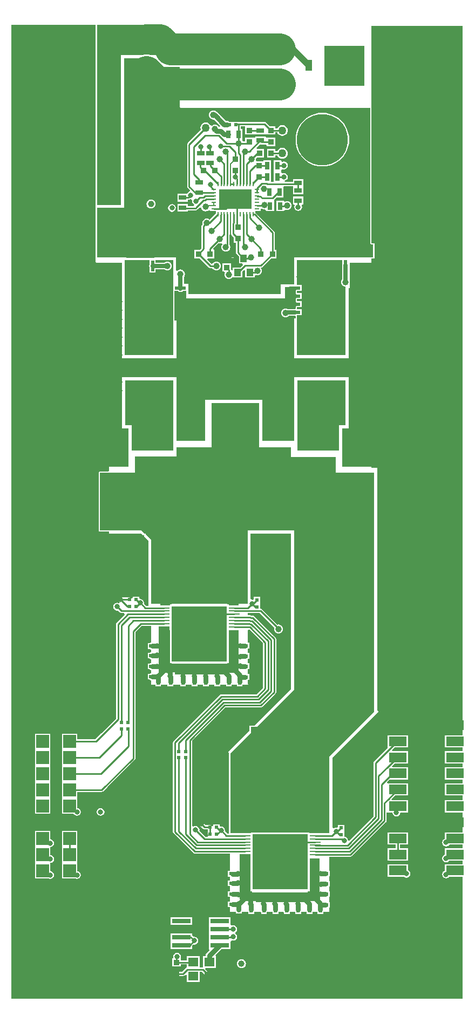
<source format=gtl>
%FSLAX44Y44*%
%MOMM*%
G71*
G01*
G75*
G04 Layer_Physical_Order=1*
G04 Layer_Color=255*
%ADD10R,1.2000X0.8000*%
%ADD11C,1.0000*%
%ADD12R,2.0000X3.5000*%
%ADD13R,3.0000X4.0000*%
%ADD14R,4.0000X2.8000*%
%ADD15R,2.8000X4.0000*%
%ADD16R,4.0000X3.0000*%
%ADD17R,0.6000X0.5000*%
%ADD18R,1.6000X1.4000*%
%ADD19R,0.9500X0.9000*%
%ADD20R,2.0000X2.0000*%
%ADD21R,2.0000X3.2000*%
%ADD22R,3.5000X2.0000*%
%ADD23R,0.5000X0.6000*%
%ADD24C,2.0000*%
%ADD25R,1.0000X1.8000*%
%ADD26R,3.0000X0.8000*%
%ADD27R,3.2000X2.0000*%
%ADD28R,2.8000X1.5000*%
%ADD29R,7.7000X1.6000*%
%ADD30R,1.7000X1.6000*%
%ADD31R,1.6000X6.3000*%
%ADD32R,1.8000X0.2900*%
%ADD33R,8.7000X8.7000*%
%ADD34R,1.6000X1.7000*%
%ADD35R,5.1500X3.1500*%
%ADD36R,0.7000X0.2900*%
%ADD37R,0.2900X0.7000*%
%ADD38R,0.8000X1.2000*%
%ADD39R,1.1000X1.2000*%
%ADD40R,0.9000X0.9500*%
%ADD41R,4.5000X4.0000*%
%ADD42R,3.2000X3.0000*%
%ADD43R,4.5000X4.2000*%
%ADD44R,0.5500X1.7000*%
%ADD45R,1.7000X0.5500*%
%ADD46R,4.2000X4.5000*%
%ADD47C,0.2540*%
%ADD48C,4.5720*%
%ADD49C,5.0000*%
%ADD50C,0.2286*%
%ADD51C,0.7620*%
%ADD52C,1.0160*%
%ADD53C,0.2032*%
%ADD54C,0.6350*%
%ADD55R,1.6000X6.7000*%
%ADD56R,12.5000X1.4000*%
%ADD57R,1.7500X7.2000*%
%ADD58R,1.6000X5.6000*%
%ADD59R,12.6000X1.3500*%
%ADD60R,1.8000X7.0750*%
%ADD61R,6.2500X6.2500*%
%ADD62C,0.8100*%
%ADD63C,1.5240*%
%ADD64C,1.8500*%
%ADD65C,8.0000*%
%ADD66C,0.8000*%
%ADD67C,1.2700*%
G36*
X86000Y1467000D02*
X130000D01*
Y1404000D01*
X131000Y1403000D01*
X428961D01*
Y1190500D01*
X429116Y1189720D01*
X429558Y1189058D01*
X430220Y1188616D01*
X431000Y1188461D01*
X433461D01*
Y1168539D01*
X431000D01*
X430220Y1168384D01*
X429645Y1168000D01*
X310000D01*
Y1127000D01*
X310000Y1127000D01*
X310000Y1127000D01*
X309586Y1126000D01*
X288000D01*
Y1111000D01*
X144000D01*
Y1127000D01*
X136636D01*
Y1137518D01*
X137474Y1138610D01*
X138180Y1140313D01*
X138420Y1142140D01*
X138180Y1143967D01*
X137474Y1145670D01*
X136352Y1147132D01*
X134890Y1148254D01*
X133187Y1148960D01*
X131360Y1149200D01*
X129533Y1148960D01*
X127830Y1148254D01*
X126368Y1147132D01*
X126178Y1146885D01*
X124000Y1147625D01*
Y1168000D01*
X1000D01*
Y1246000D01*
X43000D01*
Y1481000D01*
X86000D01*
Y1467000D01*
D02*
G37*
G36*
X120000Y1015000D02*
X44000D01*
Y1164000D01*
X82800D01*
Y1156846D01*
X82675Y1156659D01*
X82274Y1154640D01*
X82675Y1152621D01*
X82800Y1152434D01*
Y1144140D01*
X92300D01*
Y1149364D01*
X106018D01*
X107110Y1148525D01*
X108813Y1147820D01*
X110640Y1147580D01*
X112467Y1147820D01*
X114170Y1148525D01*
X115632Y1149648D01*
X116755Y1151110D01*
X117460Y1152813D01*
X117700Y1154640D01*
X117460Y1156467D01*
X116755Y1158170D01*
X115632Y1159632D01*
X114170Y1160754D01*
X112467Y1161460D01*
X110640Y1161700D01*
X108813Y1161460D01*
X107110Y1160754D01*
X106018Y1159916D01*
X92300D01*
Y1164000D01*
X120000D01*
Y1015000D01*
D02*
G37*
G36*
X-2000Y1161000D02*
X-1000Y1160000D01*
X40000D01*
Y1010000D01*
X125000D01*
Y1069315D01*
X122039D01*
Y1115300D01*
X127657D01*
X129341Y1114175D01*
X131360Y1113774D01*
X133379Y1114175D01*
X135063Y1115300D01*
X140000D01*
Y1104107D01*
X295000D01*
Y1122000D01*
X319101D01*
Y1117339D01*
X314000D01*
X313220Y1117184D01*
X312558Y1116742D01*
X312116Y1116080D01*
X311961Y1115300D01*
Y1112100D01*
X312116Y1111320D01*
X312558Y1110658D01*
X313220Y1110216D01*
X314000Y1110061D01*
X319101D01*
Y1104639D01*
X314000D01*
X313220Y1104484D01*
X312558Y1104042D01*
X312116Y1103380D01*
X311961Y1102600D01*
Y1099400D01*
X312116Y1098620D01*
X312558Y1097958D01*
X313220Y1097516D01*
X314000Y1097361D01*
X319101D01*
Y1091939D01*
X314000D01*
X313220Y1091784D01*
X312558Y1091342D01*
X312116Y1090680D01*
X311961Y1089900D01*
Y1088310D01*
X310640Y1087226D01*
X299260D01*
X297827Y1087820D01*
X296000Y1088060D01*
X294173Y1087820D01*
X292470Y1087114D01*
X291007Y1085992D01*
X289886Y1084530D01*
X289180Y1082827D01*
X288940Y1081000D01*
X289180Y1079173D01*
X289886Y1077470D01*
X291007Y1076008D01*
X292470Y1074885D01*
X294173Y1074180D01*
X296000Y1073940D01*
X297827Y1074180D01*
X299530Y1074885D01*
X300992Y1076008D01*
X301504Y1076674D01*
X310640D01*
X311961Y1075590D01*
Y1072298D01*
X310000D01*
Y1010000D01*
X395000D01*
Y1120000D01*
X397000D01*
Y1128612D01*
X397110Y1129450D01*
X397000Y1130288D01*
Y1160000D01*
X431000D01*
Y1166500D01*
X435500D01*
Y1190500D01*
X431000D01*
Y1531000D01*
X574000D01*
Y453000D01*
Y418300D01*
X546000D01*
Y399300D01*
X574000D01*
Y393100D01*
X546000D01*
Y374100D01*
X574000D01*
Y367900D01*
X546000D01*
Y348900D01*
X574000D01*
Y342700D01*
X546000D01*
Y323700D01*
X574000D01*
Y316300D01*
X546000D01*
Y297300D01*
X574000D01*
Y265900D01*
X546000D01*
Y255720D01*
X545659Y255652D01*
X543674Y254326D01*
X542348Y252341D01*
X541883Y250000D01*
X542348Y247659D01*
X543674Y245674D01*
X545659Y244348D01*
X548000Y243883D01*
X550341Y244348D01*
X552326Y245674D01*
X553145Y246900D01*
X574000D01*
Y240700D01*
X546000D01*
Y230720D01*
X545659Y230652D01*
X543674Y229326D01*
X542348Y227341D01*
X541883Y225000D01*
X542348Y222659D01*
X543674Y220674D01*
X545659Y219348D01*
X548000Y218883D01*
X550341Y219348D01*
X552326Y220674D01*
X553011Y221700D01*
X574000D01*
Y215500D01*
X546000D01*
Y205720D01*
X545659Y205652D01*
X543674Y204326D01*
X542348Y202341D01*
X541883Y200000D01*
X542348Y197659D01*
X543674Y195674D01*
X545659Y194348D01*
X548000Y193883D01*
X550341Y194348D01*
X552326Y195674D01*
X552878Y196500D01*
X574000D01*
Y6000D01*
X574000Y6000D01*
X574000Y6000D01*
X573586Y5000D01*
X-134000D01*
Y1533000D01*
X-2000D01*
Y1161000D01*
D02*
G37*
G36*
X385300Y1157846D02*
X385175Y1157659D01*
X384774Y1155640D01*
Y1134072D01*
X383936Y1132980D01*
X383230Y1131277D01*
X382990Y1129450D01*
X383230Y1127623D01*
X383936Y1125920D01*
X385057Y1124457D01*
X386520Y1123335D01*
X388223Y1122630D01*
X390000Y1122396D01*
Y1015000D01*
X314000D01*
Y1077200D01*
X321140D01*
Y1086700D01*
X314000D01*
Y1089900D01*
X321140D01*
Y1099400D01*
X314000D01*
Y1102600D01*
X321140D01*
Y1112100D01*
X314000D01*
Y1115300D01*
X321140D01*
Y1124800D01*
X314000D01*
Y1164000D01*
X385300D01*
Y1157846D01*
D02*
G37*
G36*
X92000Y1486000D02*
X83278D01*
X82237Y1486250D01*
X78000Y1486584D01*
X73763Y1486250D01*
X72722Y1486000D01*
X38000D01*
Y1250000D01*
X1000D01*
Y1533000D01*
X92000D01*
Y1486000D01*
D02*
G37*
%LPC*%
G36*
X6000Y304118D02*
X3659Y303652D01*
X1674Y302326D01*
X348Y300341D01*
X-118Y298000D01*
X348Y295659D01*
X1674Y293674D01*
X3659Y292348D01*
X6000Y291882D01*
X8341Y292348D01*
X10326Y293674D01*
X11652Y295659D01*
X12118Y298000D01*
X11652Y300341D01*
X10326Y302326D01*
X8341Y303652D01*
X6000Y304118D01*
D01*
X6000D01*
D02*
G37*
G36*
X210000Y133050D02*
X176000D01*
Y121976D01*
X176000D01*
X176000Y121976D01*
X176000Y121050D01*
Y120700D01*
Y120350D01*
X176000Y119424D01*
X176000Y119424D01*
X176000D01*
Y108350D01*
X176000Y108350D01*
X176000Y107650D01*
X176000D01*
Y96576D01*
X176000D01*
X176000Y96576D01*
X176000Y95650D01*
Y95300D01*
Y94950D01*
X176000Y94024D01*
X176000Y94024D01*
X176000D01*
Y82950D01*
X176000Y82950D01*
X176000D01*
X176768Y81096D01*
X172309Y76636D01*
X171024Y74714D01*
X170574Y72447D01*
Y71499D01*
X166497D01*
Y54325D01*
X166227Y54103D01*
X161497D01*
Y71499D01*
X141497D01*
Y65334D01*
X132250D01*
Y68500D01*
X132250D01*
X131652Y68659D01*
X131652D01*
X132118Y71000D01*
X131652Y73341D01*
X130326Y75326D01*
X128341Y76652D01*
X126000Y77118D01*
X123659Y76652D01*
X121674Y75326D01*
X120348Y73341D01*
X119882Y71000D01*
X120348Y68659D01*
X120348D01*
X118750Y68500D01*
X118851Y68510D01*
X118750Y68500D01*
X118750D01*
Y55500D01*
X132250D01*
Y58666D01*
X141497D01*
Y53975D01*
X140867Y53849D01*
X139785Y53127D01*
X133993Y47334D01*
X125500D01*
X124224Y47080D01*
X123142Y46357D01*
X122420Y45276D01*
X122166Y44000D01*
X122420Y42724D01*
X123142Y41642D01*
X124224Y40920D01*
X125500Y40666D01*
X135374D01*
X136650Y40920D01*
X137731Y41642D01*
X139372Y43284D01*
X141497Y42403D01*
Y31499D01*
X161497D01*
Y47435D01*
X164846D01*
X174140Y38142D01*
X175221Y37419D01*
X176497Y37165D01*
X177773Y37419D01*
X178855Y38142D01*
X179578Y39223D01*
X179831Y40499D01*
X179578Y41775D01*
X178855Y42857D01*
X170337Y51374D01*
X171217Y53499D01*
X186497D01*
Y71499D01*
X186497Y71499D01*
X186497D01*
X185744Y73317D01*
X195378Y82950D01*
X210000D01*
Y94024D01*
X210000D01*
Y94024D01*
X211778Y96324D01*
Y96324D01*
X214000Y95883D01*
X216341Y96348D01*
X218326Y97674D01*
X219652Y99659D01*
X220117Y102000D01*
X219652Y104341D01*
X218326Y106326D01*
X217541Y106850D01*
Y109150D01*
X218326Y109674D01*
X219652Y111659D01*
X220117Y114000D01*
X219652Y116341D01*
X218326Y118326D01*
X216341Y119652D01*
X214000Y120118D01*
X211778Y119676D01*
X210000Y121135D01*
X210000Y121976D01*
X210000Y121976D01*
X210000D01*
Y133050D01*
D02*
G37*
G36*
X150000Y107650D02*
X116000D01*
Y95650D01*
X116000Y95650D01*
X116000Y94950D01*
X116000D01*
Y82950D01*
X150000D01*
Y88285D01*
X151830Y90115D01*
X153000Y89882D01*
X155341Y90348D01*
X157326Y91674D01*
X158652Y93659D01*
X159117Y96000D01*
X158652Y98341D01*
X157326Y100326D01*
X155341Y101652D01*
X153000Y102118D01*
X151830Y101885D01*
X150000Y103715D01*
Y107650D01*
D02*
G37*
G36*
X-72900Y420900D02*
X-96900D01*
Y397126D01*
X-96900D01*
X-96900Y397126D01*
X-96900Y396900D01*
Y396200D01*
Y395500D01*
X-96900Y395274D01*
X-96900Y395274D01*
X-96900D01*
Y371726D01*
X-96900D01*
X-96900Y371726D01*
X-96900Y371500D01*
Y370800D01*
Y370100D01*
X-96900Y369874D01*
X-96900Y369874D01*
X-96900D01*
Y346326D01*
X-96900D01*
X-96900Y346326D01*
X-96900Y346100D01*
Y345400D01*
Y344700D01*
X-96900Y344474D01*
X-96900Y344474D01*
X-96900D01*
Y320926D01*
X-96900D01*
X-96900Y320926D01*
X-96900Y320700D01*
Y320000D01*
Y319300D01*
X-96900Y319074D01*
X-96900Y319074D01*
X-96900D01*
Y295300D01*
X-72900D01*
Y319074D01*
X-72900D01*
Y319074D01*
D01*
X-72900Y319300D01*
Y319601D01*
Y320000D01*
Y320211D01*
Y320700D01*
X-72900Y320864D01*
X-72900Y320926D01*
X-72900Y320926D01*
X-72900D01*
Y344474D01*
X-72900D01*
Y344474D01*
D01*
X-72900Y344700D01*
Y345001D01*
Y345400D01*
Y345611D01*
Y346100D01*
X-72900Y346264D01*
X-72900Y346326D01*
X-72900Y346326D01*
X-72900D01*
Y369874D01*
X-72900D01*
Y369874D01*
D01*
X-72900Y370100D01*
Y370401D01*
Y370800D01*
Y371011D01*
Y371500D01*
X-72900Y371664D01*
X-72900Y371726D01*
X-72900Y371726D01*
X-72900D01*
Y395274D01*
X-72900D01*
Y395274D01*
D01*
X-72900Y395500D01*
Y395801D01*
Y396200D01*
Y396411D01*
Y396900D01*
X-72900Y397064D01*
X-72900Y397126D01*
X-72900Y397126D01*
X-72900D01*
Y420900D01*
D02*
G37*
G36*
X-30400Y268500D02*
X-54400D01*
Y244500D01*
X-54400Y244500D01*
X-54400Y243100D01*
X-54400D01*
Y219326D01*
X-54400D01*
X-54400Y219326D01*
X-54400Y219100D01*
Y218400D01*
Y217700D01*
X-54400Y217474D01*
X-54400Y217474D01*
X-54400D01*
Y193700D01*
X-33868D01*
X-33341Y193348D01*
X-31000Y192882D01*
X-28659Y193348D01*
X-26674Y194674D01*
X-25348Y196659D01*
X-24882Y199000D01*
X-25348Y201341D01*
X-26674Y203326D01*
X-28659Y204652D01*
X-30400Y204998D01*
Y217474D01*
X-30400D01*
Y217474D01*
D01*
X-30400Y217700D01*
Y218001D01*
Y218400D01*
Y218611D01*
Y219100D01*
X-30400Y219264D01*
X-30400Y219326D01*
X-30400Y219326D01*
X-30400D01*
Y243100D01*
D01*
Y243100D01*
X-30400Y243100D01*
Y244500D01*
X-30400D01*
Y268500D01*
D02*
G37*
G36*
X488000Y215500D02*
X456000D01*
Y196500D01*
X481935D01*
X483659Y195348D01*
X486000Y194883D01*
X488341Y195348D01*
X490326Y196674D01*
X491652Y198659D01*
X492118Y201000D01*
X491652Y203341D01*
X490326Y205326D01*
X488341Y206652D01*
X488000Y206720D01*
Y215500D01*
D02*
G37*
G36*
X150000Y133050D02*
X116000D01*
Y121050D01*
X150000D01*
Y133050D01*
D02*
G37*
G36*
X-72900Y268500D02*
X-96900D01*
Y244500D01*
X-96900Y244500D01*
X-96900Y243100D01*
X-96900D01*
Y219326D01*
X-96900D01*
X-96900Y219326D01*
X-96900Y219100D01*
Y218400D01*
Y217700D01*
X-96900Y217474D01*
X-96900Y217474D01*
X-96900D01*
Y193700D01*
X-75868D01*
X-75341Y193348D01*
X-73000Y192882D01*
X-70659Y193348D01*
X-68674Y194674D01*
X-67348Y196659D01*
X-66883Y199000D01*
X-67348Y201341D01*
X-68674Y203326D01*
X-70659Y204652D01*
X-72900Y205098D01*
Y217700D01*
X-72900Y217700D01*
X-72900D01*
Y217902D01*
X-70659Y218348D01*
X-68674Y219674D01*
X-67348Y221659D01*
X-66883Y224000D01*
X-67348Y226341D01*
X-68674Y228326D01*
X-70659Y229652D01*
X-72900Y230098D01*
Y242902D01*
X-70659Y243348D01*
X-68674Y244674D01*
X-67348Y246659D01*
X-66883Y249000D01*
X-67348Y251341D01*
X-68674Y253326D01*
X-70659Y254652D01*
X-72900Y255098D01*
Y268500D01*
D02*
G37*
G36*
X488000Y265900D02*
X456000D01*
Y246900D01*
X469166D01*
Y240700D01*
X456000D01*
Y221700D01*
X488000D01*
Y240700D01*
X475834D01*
Y246900D01*
X488000D01*
Y265900D01*
D02*
G37*
G36*
X227000Y67060D02*
X225173Y66820D01*
X223470Y66115D01*
X222008Y64992D01*
X220886Y63530D01*
X220180Y61827D01*
X219940Y60000D01*
X220180Y58173D01*
X220886Y56470D01*
X222008Y55008D01*
X223470Y53885D01*
X225173Y53180D01*
X227000Y52940D01*
X228827Y53180D01*
X230530Y53885D01*
X231992Y55008D01*
X233114Y56470D01*
X233820Y58173D01*
X234060Y60000D01*
X233820Y61827D01*
X233114Y63530D01*
X231992Y64992D01*
X230530Y66115D01*
X228827Y66820D01*
X227000Y67060D01*
D02*
G37*
G36*
X118000Y1251868D02*
X115659Y1251402D01*
X113674Y1250076D01*
X112348Y1248091D01*
X111882Y1245750D01*
X112348Y1243409D01*
X113674Y1241424D01*
X115659Y1240098D01*
X118000Y1239632D01*
X120341Y1240098D01*
X122326Y1241424D01*
X123652Y1243409D01*
X124117Y1245750D01*
X123652Y1248091D01*
X122326Y1250076D01*
X120341Y1251402D01*
X118000Y1251868D01*
D02*
G37*
G36*
X215187Y1168000D02*
X211813D01*
X212323Y1167659D01*
X213500Y1167425D01*
X214677Y1167659D01*
X215187Y1168000D01*
D02*
G37*
G36*
X294000Y1257000D02*
Y1257000D01*
X282000D01*
Y1241000D01*
X294000D01*
Y1241742D01*
X295912Y1243020D01*
X296733Y1242680D01*
X298560Y1242440D01*
X300388Y1242680D01*
X302091Y1243385D01*
X303553Y1244508D01*
X304675Y1245970D01*
X305380Y1247673D01*
X305621Y1249500D01*
X305380Y1251327D01*
X304675Y1253030D01*
X303553Y1254492D01*
X302091Y1255614D01*
X300388Y1256320D01*
X298560Y1256560D01*
X296733Y1256320D01*
X295030Y1255614D01*
X294000Y1257000D01*
D02*
G37*
G36*
X324000Y1263500D02*
X308000D01*
Y1251500D01*
X309328D01*
X310348Y1249591D01*
X309883Y1247250D01*
X310348Y1244909D01*
X311674Y1242924D01*
X313659Y1241598D01*
X316000Y1241133D01*
X318341Y1241598D01*
X320326Y1242924D01*
X321652Y1244909D01*
X322118Y1247250D01*
X321652Y1249591D01*
X322672Y1251500D01*
X324000D01*
Y1263500D01*
D02*
G37*
G36*
X354000Y1395090D02*
X348506Y1394730D01*
X343106Y1393656D01*
X337893Y1391886D01*
X332955Y1389451D01*
X328377Y1386392D01*
X324238Y1382762D01*
X320608Y1378623D01*
X317549Y1374045D01*
X315114Y1369107D01*
X313344Y1363894D01*
X312270Y1358494D01*
X311910Y1353000D01*
X312270Y1347506D01*
X313344Y1342106D01*
X315114Y1336893D01*
X317549Y1331955D01*
X320608Y1327377D01*
X324238Y1323238D01*
X328377Y1319608D01*
X332955Y1316549D01*
X337893Y1314114D01*
X343106Y1312344D01*
X348506Y1311270D01*
X354000Y1310910D01*
X359494Y1311270D01*
X364894Y1312344D01*
X370107Y1314114D01*
X375045Y1316549D01*
X379623Y1319608D01*
X383762Y1323238D01*
X387392Y1327377D01*
X390451Y1331955D01*
X392886Y1336893D01*
X394656Y1342106D01*
X395730Y1347506D01*
X396090Y1353000D01*
X395730Y1358494D01*
X394656Y1363894D01*
X392886Y1369107D01*
X390451Y1374045D01*
X387392Y1378623D01*
X383762Y1382762D01*
X379623Y1386392D01*
X375045Y1389451D01*
X370107Y1391886D01*
X364894Y1393656D01*
X359494Y1394730D01*
X354000Y1395090D01*
D02*
G37*
G36*
X395000Y980000D02*
X310000D01*
Y955000D01*
Y880000D01*
X260000D01*
Y945000D01*
X170000D01*
Y880000D01*
X125000D01*
Y955000D01*
Y980000D01*
X40000D01*
Y900000D01*
X50000D01*
Y840000D01*
X19277D01*
X19282Y833666D01*
X17657Y832039D01*
X5000D01*
X4220Y831884D01*
X3558Y831442D01*
X3116Y830780D01*
X2961Y830000D01*
Y740000D01*
X3116Y739220D01*
X3558Y738558D01*
X4220Y738116D01*
X5000Y737961D01*
X19365D01*
X19368Y735000D01*
X70000D01*
X81000Y724000D01*
Y621584D01*
X77131D01*
X73885Y624830D01*
X74117Y626000D01*
X73652Y628341D01*
X72326Y630326D01*
X70341Y631652D01*
X68000Y632118D01*
X66370Y633456D01*
Y635751D01*
X56370D01*
Y633615D01*
X54169Y632948D01*
X53727Y633608D01*
X52646Y634331D01*
X51370Y634585D01*
X37251D01*
X35975Y634331D01*
X34893Y633608D01*
X34643Y633358D01*
X33920Y632276D01*
X33666Y631000D01*
X33920Y629724D01*
X34643Y628643D01*
X35966Y627319D01*
X34507Y625541D01*
X34341Y625652D01*
X32000Y626118D01*
X29659Y625652D01*
X27674Y624326D01*
X26348Y622341D01*
X25882Y620000D01*
X26348Y617659D01*
X27674Y615674D01*
X29659Y614348D01*
X32000Y613882D01*
X33170Y614115D01*
X36393Y610892D01*
X37474Y610170D01*
X38750Y609916D01*
X42946D01*
X43826Y607791D01*
X31023Y594987D01*
X30300Y593906D01*
X30046Y592630D01*
Y444651D01*
X7125Y421730D01*
X-2371Y412234D01*
X-30400D01*
Y420900D01*
X-54400D01*
Y396900D01*
X-54400Y396900D01*
X-54400Y395500D01*
X-54400D01*
Y371500D01*
X-54400Y371500D01*
X-54400Y370100D01*
X-54400D01*
Y346100D01*
X-54400Y346100D01*
X-54400Y344700D01*
X-54400D01*
Y320926D01*
X-54400D01*
X-54400Y320926D01*
X-54400Y320700D01*
Y320000D01*
Y319300D01*
X-54400Y319074D01*
X-54400Y319074D01*
X-54400D01*
Y295300D01*
X-36412D01*
X-35326Y293674D01*
X-33341Y292348D01*
X-31000Y291882D01*
X-28659Y292348D01*
X-26674Y293674D01*
X-25348Y295659D01*
X-24882Y298000D01*
X-25348Y300341D01*
X-26674Y302326D01*
X-28659Y303652D01*
X-30400Y303998D01*
Y319074D01*
X-30400D01*
Y319074D01*
D01*
X-30400Y319300D01*
Y319601D01*
Y320000D01*
Y320211D01*
Y320700D01*
X-30400Y320864D01*
X-30400Y320926D01*
X-30400Y320926D01*
X-30400D01*
Y329366D01*
X7700D01*
X8976Y329620D01*
X10057Y330342D01*
X10057Y330342D01*
D01*
D01*
D01*
X16708Y336993D01*
D01*
X59358Y379642D01*
X60080Y380724D01*
X60334Y382000D01*
Y579869D01*
X70381Y589916D01*
X85000D01*
Y563803D01*
X84603Y563724D01*
X83147Y562751D01*
X79870D01*
Y553751D01*
X83147D01*
X84603Y552778D01*
X85000Y552699D01*
Y548803D01*
X84603Y548724D01*
X83147Y547751D01*
X79870D01*
Y538751D01*
X83147D01*
X84603Y537778D01*
X85000Y537699D01*
Y531803D01*
X84603Y531724D01*
X83147Y530751D01*
X79870D01*
Y521751D01*
X83147D01*
X84603Y520778D01*
X85000Y520699D01*
Y515803D01*
X84603Y515724D01*
X83147Y514751D01*
X79870D01*
Y505751D01*
X83147D01*
X84603Y504778D01*
X85000Y504699D01*
Y498000D01*
X91869D01*
Y495249D01*
X100869D01*
Y498000D01*
X110869D01*
Y495249D01*
X119869D01*
Y498000D01*
X130869D01*
Y495249D01*
X139869D01*
Y498000D01*
X148869D01*
Y495249D01*
X157869D01*
Y498000D01*
X166629D01*
Y495250D01*
X175629D01*
Y498000D01*
X184629D01*
Y495250D01*
X193629D01*
Y498000D01*
X202629D01*
Y495250D01*
X211629D01*
Y498000D01*
X219629D01*
Y495250D01*
X228629D01*
Y498000D01*
X238000D01*
X237000Y499000D01*
Y505249D01*
X239370D01*
Y514249D01*
X237000D01*
Y522249D01*
X239370D01*
Y531249D01*
X237000D01*
Y538249D01*
X239370D01*
Y547249D01*
X237000D01*
Y554249D01*
X239370D01*
Y563249D01*
X237000D01*
Y583530D01*
X239125Y584410D01*
X260876Y562659D01*
Y492852D01*
X250357Y482334D01*
X195000D01*
X193724Y482080D01*
X192642Y481357D01*
X120542Y409258D01*
X119820Y408176D01*
X119566Y406900D01*
Y266838D01*
X119820Y265563D01*
X120542Y264481D01*
X151631Y233393D01*
X152713Y232670D01*
X153989Y232416D01*
X209000D01*
Y205500D01*
X205924D01*
Y196500D01*
X209000D01*
Y190500D01*
X205924D01*
Y181500D01*
X209000D01*
Y173500D01*
X205924D01*
Y164500D01*
X209000D01*
Y157500D01*
X205924D01*
Y148500D01*
X209000D01*
Y141000D01*
X218387D01*
X218620Y140651D01*
Y138424D01*
X227620D01*
Y141000D01*
X237387D01*
X237680Y140561D01*
X237740Y140521D01*
Y137924D01*
X246740D01*
Y141000D01*
X257387D01*
X257680Y140561D01*
X257740Y140521D01*
Y137924D01*
X266740D01*
Y141000D01*
X275387D01*
X275680Y140561D01*
X275740Y140521D01*
Y137924D01*
X284740D01*
Y141000D01*
X293147D01*
X293440Y140561D01*
X293500Y140521D01*
Y137924D01*
X302500D01*
Y141000D01*
X311147D01*
X311440Y140561D01*
X311500Y140521D01*
Y137924D01*
X320500D01*
Y141000D01*
X329147D01*
X329440Y140561D01*
X329500Y140521D01*
Y137924D01*
X338500D01*
Y141000D01*
X346147D01*
X346440Y140561D01*
X346500Y140521D01*
Y137924D01*
X355500D01*
Y141000D01*
X364000D01*
X365000Y142000D01*
Y147749D01*
X365870D01*
Y156749D01*
X365000D01*
Y164749D01*
X365870D01*
Y173749D01*
X365000D01*
Y180749D01*
X365870D01*
Y189749D01*
X365000D01*
Y196749D01*
X365870D01*
Y205749D01*
X365000D01*
Y227416D01*
X383219D01*
X384495Y227670D01*
X384803Y227876D01*
X398091D01*
X399367Y228130D01*
X400448Y228853D01*
X453478Y281881D01*
X454200Y282963D01*
X454454Y284239D01*
Y297300D01*
X456000D01*
Y297300D01*
X463636D01*
X463882Y297000D01*
X464348Y294659D01*
X465674Y292674D01*
X467659Y291348D01*
X470000Y290882D01*
X472341Y291348D01*
X474326Y292674D01*
X475652Y294659D01*
X476118Y297000D01*
X476364Y297300D01*
X488000D01*
Y316300D01*
X463320D01*
X462440Y318425D01*
X467715Y323700D01*
X488000D01*
Y342700D01*
X456420D01*
X455540Y344825D01*
X459615Y348900D01*
X488000D01*
Y367900D01*
X463596D01*
X462715Y370025D01*
X466791Y374100D01*
X488000D01*
Y393100D01*
X463596D01*
X462715Y395225D01*
X466791Y399300D01*
X488000D01*
Y418300D01*
X456000D01*
Y399300D01*
X456000Y399300D01*
X456000D01*
X456399Y398338D01*
X455370Y397450D01*
D01*
X454288Y396727D01*
X435143Y377582D01*
X434420Y376500D01*
X434166Y375224D01*
Y291381D01*
X396119Y253334D01*
X393918Y254002D01*
X393652Y255341D01*
X392326Y257326D01*
X390341Y258652D01*
X388370Y259044D01*
Y266749D01*
D01*
Y266749D01*
X388371Y266749D01*
Y268749D01*
X388370D01*
Y277749D01*
X378370D01*
Y274860D01*
X376592Y273401D01*
X375502Y273617D01*
X373161Y273152D01*
X372028Y272395D01*
X370000Y273479D01*
Y383000D01*
X442500Y455500D01*
X440000Y458000D01*
Y838000D01*
X431414D01*
X431000Y839000D01*
X431000D01*
X431000Y839000D01*
Y840000D01*
X385000D01*
Y900000D01*
X395000D01*
Y980000D01*
D02*
G37*
G36*
X85000Y1259060D02*
X83173Y1258820D01*
X81470Y1258114D01*
X80008Y1256992D01*
X78885Y1255530D01*
X78180Y1253827D01*
X77940Y1252000D01*
X78180Y1250173D01*
X78885Y1248470D01*
X80008Y1247008D01*
X81470Y1245885D01*
X83173Y1245180D01*
X85000Y1244940D01*
X86827Y1245180D01*
X88530Y1245885D01*
X89993Y1247008D01*
X91115Y1248470D01*
X91820Y1250173D01*
X92060Y1252000D01*
X91820Y1253827D01*
X91115Y1255530D01*
X89993Y1256992D01*
X88530Y1258114D01*
X86827Y1258820D01*
X85000Y1259060D01*
D02*
G37*
G36*
X291000Y1339922D02*
X288820Y1339635D01*
X286789Y1338794D01*
X285045Y1337455D01*
X283706Y1335711D01*
X283343Y1334834D01*
X280000D01*
Y1338250D01*
X267000D01*
Y1324750D01*
X280000D01*
Y1328166D01*
X283343D01*
X283706Y1327289D01*
X285045Y1325545D01*
X286789Y1324206D01*
X288820Y1323365D01*
X291000Y1323078D01*
X293180Y1323365D01*
X295211Y1324206D01*
X296955Y1325545D01*
X298294Y1327289D01*
X299135Y1329320D01*
X299422Y1331500D01*
X299135Y1333680D01*
X298294Y1335711D01*
X296955Y1337455D01*
X295211Y1338794D01*
X293180Y1339635D01*
X291000Y1339922D01*
D02*
G37*
G36*
X183000Y1398621D02*
X181173Y1398380D01*
X179470Y1397675D01*
X178008Y1396553D01*
X176886Y1395090D01*
X176180Y1393388D01*
X175940Y1391560D01*
X176180Y1389733D01*
X176886Y1388030D01*
X178008Y1386568D01*
X179470Y1385446D01*
X181173Y1384740D01*
X183000Y1384500D01*
X183580Y1384576D01*
X193654Y1374502D01*
X193444Y1373995D01*
X191859Y1373339D01*
X190968Y1373221D01*
X189992Y1374492D01*
X188530Y1375614D01*
X186827Y1376320D01*
X185000Y1376560D01*
X183173Y1376320D01*
X181470Y1375614D01*
X180589Y1374938D01*
X178367Y1375534D01*
X178294Y1375711D01*
X176955Y1377455D01*
X175211Y1378794D01*
X173180Y1379635D01*
X171000Y1379922D01*
X168820Y1379635D01*
X166789Y1378794D01*
X165045Y1377455D01*
X163706Y1375711D01*
X162865Y1373680D01*
X162578Y1371500D01*
X162865Y1369320D01*
X163228Y1368443D01*
X142642Y1347858D01*
X141920Y1346776D01*
X141666Y1345500D01*
Y1279500D01*
X141920Y1278224D01*
X142642Y1277142D01*
X142642Y1277142D01*
X142642Y1277142D01*
X146332Y1273453D01*
X145664Y1271252D01*
X145159Y1271152D01*
X143174Y1269826D01*
X141848Y1267841D01*
X141830Y1267750D01*
X126500D01*
Y1255750D01*
X142500D01*
Y1258416D01*
X143750D01*
X145026Y1258670D01*
X146108Y1259392D01*
X146330Y1259615D01*
X147500Y1259382D01*
X148027Y1259487D01*
X149653Y1257861D01*
X149382Y1256500D01*
X149848Y1254159D01*
X151174Y1252174D01*
X152879Y1251035D01*
X152212Y1248834D01*
X142500D01*
Y1251750D01*
X126500D01*
Y1239750D01*
X142500D01*
Y1242166D01*
X155500D01*
X156776Y1242420D01*
X157858Y1243142D01*
X158240Y1243715D01*
X161437Y1246911D01*
X163614Y1246172D01*
X163680Y1245673D01*
X164386Y1243970D01*
X165508Y1242507D01*
X166970Y1241385D01*
X168673Y1240680D01*
X170500Y1240440D01*
X172327Y1240680D01*
X174030Y1241385D01*
X175492Y1242507D01*
X175822Y1242937D01*
X178000Y1242198D01*
Y1241050D01*
X186550D01*
Y1241000D01*
X186550D01*
Y1236765D01*
X177088Y1227303D01*
X176030Y1228114D01*
X174327Y1228820D01*
X172500Y1229060D01*
X170673Y1228820D01*
X168970Y1228114D01*
X167507Y1226992D01*
X166385Y1225530D01*
X165680Y1223827D01*
X165440Y1222000D01*
X165680Y1220173D01*
X165761Y1219977D01*
X165142Y1219358D01*
X164420Y1218276D01*
X164166Y1217000D01*
Y1182881D01*
X161535Y1180250D01*
X153000D01*
Y1168000D01*
Y1166750D01*
X161535D01*
X176142Y1152142D01*
X177224Y1151420D01*
X178500Y1151166D01*
X181304D01*
X181385Y1150970D01*
X182507Y1149508D01*
X183970Y1148385D01*
X185673Y1147680D01*
X187500Y1147440D01*
X189327Y1147680D01*
X191030Y1148385D01*
X192492Y1149508D01*
X193614Y1150970D01*
X194320Y1152673D01*
X194560Y1154500D01*
X194320Y1156327D01*
X193614Y1158030D01*
X192492Y1159492D01*
X191030Y1160614D01*
X189327Y1161320D01*
X187500Y1161560D01*
X185673Y1161320D01*
X183970Y1160614D01*
X182507Y1159492D01*
X181709Y1158452D01*
X179414Y1158301D01*
X173090Y1164625D01*
X173970Y1166750D01*
X184000D01*
Y1168000D01*
Y1180250D01*
X183470D01*
X182590Y1182375D01*
X190476Y1190261D01*
X190673Y1190180D01*
X192500Y1189940D01*
X194327Y1190180D01*
X195658Y1190731D01*
X197058Y1188907D01*
X196385Y1188030D01*
X195680Y1186327D01*
X195440Y1184500D01*
X195680Y1182673D01*
X196373Y1181000D01*
X196385Y1180970D01*
X197508Y1179508D01*
X198970Y1178385D01*
X200673Y1177680D01*
X202500Y1177440D01*
X204327Y1177680D01*
X206030Y1178385D01*
X207492Y1179508D01*
X208615Y1180970D01*
X209320Y1182673D01*
X209560Y1184500D01*
X209320Y1186327D01*
X208615Y1188030D01*
X208334Y1188396D01*
Y1204059D01*
X210537Y1204276D01*
X210646Y1204167D01*
X210646Y1204167D01*
Y1204167D01*
X211341Y1203127D01*
X214750Y1199718D01*
Y1191000D01*
X218295D01*
Y1175500D01*
X218539Y1174274D01*
X218539Y1174274D01*
X218539Y1174274D01*
X218776Y1173919D01*
D01*
X219234Y1173234D01*
X223000Y1169468D01*
Y1158500D01*
X228084D01*
X228965Y1156375D01*
X225089Y1152500D01*
X213000D01*
Y1148011D01*
X212537Y1147783D01*
X210584Y1149000D01*
X210500Y1149423D01*
Y1159000D01*
X197000D01*
Y1146000D01*
X199220D01*
X200152Y1145285D01*
X200952Y1144088D01*
X200430Y1142827D01*
X200190Y1141000D01*
X200430Y1139173D01*
X201136Y1137470D01*
X202258Y1136008D01*
X203720Y1134885D01*
X205423Y1134180D01*
X207250Y1133940D01*
X209077Y1134180D01*
X210780Y1134885D01*
X212243Y1136008D01*
X212699Y1136602D01*
X213000Y1136500D01*
Y1136500D01*
X213000Y1136500D01*
X228000D01*
Y1145981D01*
X230875Y1148856D01*
X233000Y1147975D01*
Y1136500D01*
X248000D01*
Y1139010D01*
X249912Y1140288D01*
X250173Y1140180D01*
X252000Y1139940D01*
X253827Y1140180D01*
X255530Y1140885D01*
X256992Y1142008D01*
X258114Y1143470D01*
X258820Y1145173D01*
X259060Y1147000D01*
X258820Y1148827D01*
X258114Y1150530D01*
X257178Y1151750D01*
X258546Y1152190D01*
X258546D01*
D01*
D01*
D01*
X258546Y1152190D01*
X259628Y1152913D01*
X273465Y1166750D01*
X282000D01*
Y1168000D01*
Y1180250D01*
X278834D01*
Y1207500D01*
X278580Y1208776D01*
X277857Y1209857D01*
X249858Y1237858D01*
X248776Y1238580D01*
X248450Y1238645D01*
Y1241000D01*
D01*
Y1241000D01*
X248500Y1241050D01*
X257000D01*
Y1244064D01*
X259063Y1245081D01*
X259970Y1244386D01*
X261673Y1243680D01*
X263500Y1243440D01*
X264271Y1243541D01*
X266000Y1242025D01*
Y1241000D01*
X278000D01*
Y1257000D01*
X278000D01*
X278000Y1258731D01*
X278212Y1258872D01*
X278212Y1258872D01*
X278212Y1258872D01*
X281840Y1262500D01*
X292500D01*
Y1278500D01*
D01*
Y1278500D01*
X293666Y1279666D01*
X308000D01*
Y1279000D01*
Y1267500D01*
X324000D01*
Y1279000D01*
Y1291000D01*
X308000D01*
Y1286334D01*
X295052D01*
X294827Y1288623D01*
X295959Y1288848D01*
X297943Y1290174D01*
X299269Y1292159D01*
X299735Y1294500D01*
X299269Y1296841D01*
X297943Y1298826D01*
X295959Y1300152D01*
X293617Y1300618D01*
X291276Y1300152D01*
X289500Y1301611D01*
Y1302500D01*
D01*
Y1302500D01*
X289500Y1302500D01*
Y1304500D01*
X289500D01*
Y1305365D01*
X291278Y1306824D01*
X293500Y1306382D01*
X295841Y1306848D01*
X297826Y1308174D01*
X299152Y1310159D01*
X299618Y1312500D01*
X299152Y1314841D01*
X297826Y1316826D01*
X295841Y1318152D01*
X293500Y1318618D01*
X291278Y1318176D01*
X289500Y1319635D01*
Y1320500D01*
X277500D01*
Y1304500D01*
X277500Y1304500D01*
X277500Y1302500D01*
X277500D01*
Y1287960D01*
X277500D01*
X277500Y1287960D01*
X277500Y1286500D01*
X277334Y1286334D01*
X273500D01*
Y1286500D01*
X273500D01*
Y1302500D01*
D01*
Y1302500D01*
X273500Y1302500D01*
Y1304500D01*
X273500D01*
Y1320500D01*
X261500D01*
Y1319000D01*
X261250D01*
Y1319000D01*
X250910D01*
X249393Y1320729D01*
X249560Y1322000D01*
X249426Y1323021D01*
X250942Y1324750D01*
X262000D01*
Y1338250D01*
X250970D01*
X250090Y1340375D01*
X255215Y1345500D01*
X264500D01*
Y1345500D01*
X265124D01*
X266750Y1343874D01*
Y1343000D01*
X280250D01*
Y1356000D01*
X266750D01*
Y1356000D01*
X266000D01*
X264500Y1357500D01*
Y1357500D01*
X248500D01*
Y1356000D01*
X246250D01*
Y1356000D01*
X232750D01*
Y1350204D01*
X230126D01*
X228500Y1351831D01*
X228500Y1353500D01*
X228500D01*
Y1369500D01*
X225705D01*
Y1374295D01*
X232750D01*
Y1374000D01*
X232750D01*
Y1361000D01*
X246250D01*
Y1361500D01*
X248500D01*
Y1361500D01*
X264500D01*
Y1361500D01*
X266250D01*
X266750Y1361000D01*
Y1361000D01*
X280250D01*
Y1364295D01*
X283289D01*
X283706Y1363289D01*
X285045Y1361545D01*
X286789Y1360206D01*
X288820Y1359365D01*
X291000Y1359078D01*
X293180Y1359365D01*
X295211Y1360206D01*
X296955Y1361545D01*
X298294Y1363289D01*
X299135Y1365320D01*
X299422Y1367500D01*
X299135Y1369680D01*
X298294Y1371711D01*
X296955Y1373455D01*
X295211Y1374794D01*
X293180Y1375635D01*
X291000Y1375922D01*
X288820Y1375635D01*
X286789Y1374794D01*
X285045Y1373455D01*
X283706Y1371711D01*
X283289Y1370704D01*
X280250D01*
Y1374000D01*
X271532D01*
X265766Y1379766D01*
X264726Y1380461D01*
X263500Y1380704D01*
X223500D01*
Y1381000D01*
X213500D01*
D01*
X213500Y1381000D01*
X213500D01*
Y1381000D01*
D01*
X208223D01*
X206767Y1381973D01*
X204500Y1382424D01*
X202487D01*
X189162Y1395749D01*
X188028Y1396507D01*
X187992Y1396553D01*
X186530Y1397675D01*
X184827Y1398380D01*
X183000Y1398621D01*
D02*
G37*
%LPD*%
G36*
X120000Y865000D02*
X55000D01*
Y905000D01*
X45000D01*
Y975000D01*
X120000D01*
Y865000D01*
D02*
G37*
G36*
X390000Y905000D02*
X380000D01*
Y865000D01*
X315000D01*
Y975000D01*
X390000D01*
Y905000D01*
D02*
G37*
G36*
X255000Y870000D02*
X305000D01*
Y855000D01*
X375000D01*
Y830000D01*
X435000D01*
Y455000D01*
X365000Y385000D01*
X365000D01*
Y265000D01*
X333000D01*
Y265500D01*
X242000D01*
Y265000D01*
X210000D01*
Y390000D01*
X310000Y490000D01*
Y740000D01*
X237000D01*
Y625000D01*
X85000D01*
Y710000D01*
Y725000D01*
X77000Y733000D01*
Y734500D01*
X75500D01*
X70000Y740000D01*
X5000D01*
Y830000D01*
X60000D01*
Y856000D01*
X125000D01*
Y870000D01*
X180000D01*
Y940000D01*
X255000D01*
Y870000D01*
D02*
G37*
G36*
X305000Y495000D02*
Y491000D01*
X247000Y433000D01*
X239500D01*
Y425500D01*
X206000Y392000D01*
X207000Y391000D01*
Y264084D01*
X204631D01*
X200885Y267830D01*
X201117Y269000D01*
X200652Y271341D01*
X199326Y273326D01*
X197341Y274652D01*
X195000Y275117D01*
X194647Y275047D01*
X192869Y276507D01*
Y278251D01*
X182869D01*
Y276115D01*
X180669Y275448D01*
X180227Y276108D01*
X179145Y276831D01*
X177869Y277085D01*
X170630D01*
X166357Y281357D01*
X165276Y282080D01*
X164000Y282334D01*
X162724Y282080D01*
X161642Y281357D01*
X160920Y280276D01*
X160666Y279000D01*
X160920Y277724D01*
X161642Y276642D01*
X166892Y271393D01*
X167973Y270671D01*
X169249Y270417D01*
X174536D01*
Y262751D01*
X174789Y261475D01*
X175032Y261112D01*
X173947Y259084D01*
X170631D01*
X160885Y268830D01*
X161117Y270000D01*
X160652Y272341D01*
X159326Y274326D01*
X157341Y275652D01*
X155000Y276117D01*
X152659Y275652D01*
X151362Y274786D01*
X149334Y275870D01*
Y409357D01*
X201682Y461706D01*
X257040D01*
X258315Y461959D01*
X259397Y462682D01*
X280357Y483643D01*
X281080Y484724D01*
X281334Y486000D01*
Y569511D01*
X281080Y570787D01*
X280357Y571869D01*
X247079Y605148D01*
X245997Y605870D01*
X244722Y606124D01*
X242584D01*
X242276Y606330D01*
X241000Y606584D01*
X237000D01*
Y609916D01*
X255890D01*
X278414Y587392D01*
X278180Y586827D01*
X277940Y585000D01*
X278180Y583173D01*
X278885Y581470D01*
X280007Y580008D01*
X281470Y578885D01*
X283173Y578180D01*
X285000Y577940D01*
X286827Y578180D01*
X288530Y578885D01*
X289992Y580008D01*
X291115Y581470D01*
X291820Y583173D01*
X292060Y585000D01*
X291820Y586827D01*
X291115Y588530D01*
X289992Y589992D01*
X288530Y591115D01*
X286827Y591820D01*
X285000Y592060D01*
X283388Y591848D01*
X259628Y615607D01*
X258547Y616330D01*
X257271Y616584D01*
X256371D01*
Y624249D01*
D01*
Y624249D01*
X256371Y624249D01*
Y626249D01*
X256371D01*
Y635249D01*
X246371D01*
Y632360D01*
X244593Y630901D01*
X243503Y631118D01*
X242778Y630973D01*
X241000Y632433D01*
Y735000D01*
X305000D01*
Y495000D01*
D02*
G37*
D10*
X134500Y1261750D02*
D03*
Y1245750D02*
D03*
X316000Y1285000D02*
D03*
Y1301000D02*
D03*
Y1257500D02*
D03*
Y1273500D02*
D03*
X256500Y1367500D02*
D03*
Y1351500D02*
D03*
X160500Y1285500D02*
D03*
Y1269500D02*
D03*
X178000Y1332000D02*
D03*
Y1316000D02*
D03*
X163000Y1332000D02*
D03*
Y1316000D02*
D03*
D11*
X227000Y60000D02*
D03*
X76000Y250000D02*
D03*
X85000Y1252000D02*
D03*
X227500Y1249500D02*
D03*
Y1269500D02*
D03*
X207500D02*
D03*
Y1249500D02*
D03*
X197500Y1259500D02*
D03*
X217500D02*
D03*
X237500D02*
D03*
X285000Y585000D02*
D03*
X284000Y672000D02*
D03*
Y660000D02*
D03*
Y684000D02*
D03*
Y648000D02*
D03*
Y707000D02*
D03*
Y695000D02*
D03*
X75000Y705000D02*
D03*
Y718000D02*
D03*
X12000Y672000D02*
D03*
Y660000D02*
D03*
Y684000D02*
D03*
Y648000D02*
D03*
X375000Y351000D02*
D03*
Y375000D02*
D03*
Y339000D02*
D03*
X414250Y303750D02*
D03*
Y327750D02*
D03*
Y291750D02*
D03*
X158000Y316000D02*
D03*
Y292000D02*
D03*
X157000Y341000D02*
D03*
Y365000D02*
D03*
X35000Y1099000D02*
D03*
Y1085000D02*
D03*
Y1071000D02*
D03*
Y1057000D02*
D03*
Y1043000D02*
D03*
X402000Y1099000D02*
D03*
Y1085000D02*
D03*
Y1071000D02*
D03*
Y1057000D02*
D03*
Y1043000D02*
D03*
X35000Y973000D02*
D03*
Y959000D02*
D03*
Y987000D02*
D03*
Y1001000D02*
D03*
Y1015000D02*
D03*
Y1029000D02*
D03*
X402000Y973000D02*
D03*
Y959000D02*
D03*
Y987000D02*
D03*
Y1001000D02*
D03*
Y1015000D02*
D03*
Y1029000D02*
D03*
X263000Y1068000D02*
D03*
Y1054000D02*
D03*
Y1040000D02*
D03*
Y1026000D02*
D03*
Y998000D02*
D03*
Y1012000D02*
D03*
X279000Y1068000D02*
D03*
Y1054000D02*
D03*
Y1040000D02*
D03*
Y1026000D02*
D03*
Y998000D02*
D03*
Y1012000D02*
D03*
X151000Y1068000D02*
D03*
Y1054000D02*
D03*
Y1040000D02*
D03*
Y1026000D02*
D03*
Y998000D02*
D03*
Y1012000D02*
D03*
X167000Y1068000D02*
D03*
Y1054000D02*
D03*
Y1040000D02*
D03*
Y1026000D02*
D03*
Y998000D02*
D03*
Y1012000D02*
D03*
X183000Y1068000D02*
D03*
Y1054000D02*
D03*
Y1040000D02*
D03*
Y1026000D02*
D03*
Y998000D02*
D03*
Y1012000D02*
D03*
X199000Y1068000D02*
D03*
Y1054000D02*
D03*
Y1040000D02*
D03*
Y1026000D02*
D03*
Y998000D02*
D03*
Y1012000D02*
D03*
X247000D02*
D03*
Y998000D02*
D03*
Y1026000D02*
D03*
Y1040000D02*
D03*
Y1054000D02*
D03*
Y1068000D02*
D03*
X231000Y1012000D02*
D03*
Y998000D02*
D03*
Y1026000D02*
D03*
Y1040000D02*
D03*
Y1054000D02*
D03*
Y1068000D02*
D03*
X215000D02*
D03*
Y1054000D02*
D03*
Y1040000D02*
D03*
Y1026000D02*
D03*
Y998000D02*
D03*
Y1012000D02*
D03*
X82000Y797500D02*
D03*
X180000Y1210000D02*
D03*
X255000Y1215000D02*
D03*
X375000Y1492500D02*
D03*
Y1477500D02*
D03*
Y1445000D02*
D03*
Y1460000D02*
D03*
X392500Y1492500D02*
D03*
Y1477500D02*
D03*
Y1445000D02*
D03*
Y1460000D02*
D03*
X410000D02*
D03*
Y1445000D02*
D03*
Y1477500D02*
D03*
Y1492500D02*
D03*
X263500Y1250500D02*
D03*
X172500Y1222000D02*
D03*
X242500Y1197000D02*
D03*
X192500D02*
D03*
X232500Y1184500D02*
D03*
X202500D02*
D03*
X192500Y1322000D02*
D03*
X202500Y1334500D02*
D03*
X242500Y1322000D02*
D03*
X232500Y1334500D02*
D03*
X222500Y1347000D02*
D03*
X262500Y1275500D02*
D03*
X170500Y1247500D02*
D03*
X242000Y1168000D02*
D03*
X296000Y1081000D02*
D03*
X390050Y1129450D02*
D03*
X131360Y1142140D02*
D03*
X110640Y1154640D02*
D03*
X82500Y909000D02*
D03*
X352500Y911500D02*
D03*
X353500Y804500D02*
D03*
X187500Y1154500D02*
D03*
X185000Y1369500D02*
D03*
X183000Y1391560D02*
D03*
X249000Y492000D02*
D03*
X244000Y571000D02*
D03*
Y535000D02*
D03*
X109770Y1135000D02*
D03*
X318395Y1138000D02*
D03*
X414250Y315750D02*
D03*
X252000Y1147000D02*
D03*
X298560Y1249500D02*
D03*
X375000Y363000D02*
D03*
X207250Y1141000D02*
D03*
D12*
X215000Y920000D02*
D03*
Y970000D02*
D03*
D13*
X30000Y789500D02*
D03*
Y865500D02*
D03*
X407500Y792000D02*
D03*
Y868000D02*
D03*
D14*
X285000Y850000D02*
D03*
Y899000D02*
D03*
X147500Y896500D02*
D03*
Y847500D02*
D03*
D15*
X207500Y712500D02*
D03*
X256500D02*
D03*
X207500Y667500D02*
D03*
X256500D02*
D03*
X237500Y357500D02*
D03*
X188500D02*
D03*
X237500Y310000D02*
D03*
X188500D02*
D03*
X115000Y667500D02*
D03*
X66000D02*
D03*
X335000Y310000D02*
D03*
X384000D02*
D03*
X61000Y712500D02*
D03*
X110000D02*
D03*
D16*
X327000Y357500D02*
D03*
X403000D02*
D03*
D17*
X383370Y273249D02*
D03*
X393370D02*
D03*
X383370Y262249D02*
D03*
X393370D02*
D03*
X61370Y620251D02*
D03*
X51370D02*
D03*
X61370Y631251D02*
D03*
X51370D02*
D03*
X251371Y630749D02*
D03*
X261371D02*
D03*
X251371Y619749D02*
D03*
X261371D02*
D03*
X187869Y262751D02*
D03*
X177869D02*
D03*
X187869Y273751D02*
D03*
X177869D02*
D03*
X360870Y201249D02*
D03*
X370871D02*
D03*
X360870Y185249D02*
D03*
X370871D02*
D03*
X234370Y558749D02*
D03*
X244370D02*
D03*
X234370Y542749D02*
D03*
X244370D02*
D03*
X234370Y526749D02*
D03*
X244370D02*
D03*
X234370Y509749D02*
D03*
X244370D02*
D03*
X84870Y510251D02*
D03*
X74869D02*
D03*
X84870Y526251D02*
D03*
X74869D02*
D03*
X84870Y543251D02*
D03*
X74869D02*
D03*
X84870Y558251D02*
D03*
X74869D02*
D03*
X218500Y1376500D02*
D03*
X208500D02*
D03*
X210924Y201000D02*
D03*
X200924D02*
D03*
X210924Y186000D02*
D03*
X200924D02*
D03*
X210924Y169000D02*
D03*
X200924D02*
D03*
X210924Y153000D02*
D03*
X200924D02*
D03*
X360870Y152249D02*
D03*
X370871D02*
D03*
X360870Y169249D02*
D03*
X370871D02*
D03*
D18*
X151497Y40499D02*
D03*
X176497D02*
D03*
Y62499D02*
D03*
X151497D02*
D03*
D19*
X125500Y62000D02*
D03*
Y44000D02*
D03*
X221500Y1197500D02*
D03*
Y1215500D02*
D03*
X273500Y1349500D02*
D03*
Y1367500D02*
D03*
X239500D02*
D03*
Y1349500D02*
D03*
X254500Y1294500D02*
D03*
Y1312500D02*
D03*
X217500Y1322500D02*
D03*
Y1304500D02*
D03*
X203750Y1152500D02*
D03*
Y1170500D02*
D03*
D20*
X-42400Y205700D02*
D03*
Y231100D02*
D03*
Y256500D02*
D03*
Y281900D02*
D03*
Y307300D02*
D03*
Y332700D02*
D03*
Y358100D02*
D03*
Y383500D02*
D03*
Y408900D02*
D03*
Y434300D02*
D03*
X-84900D02*
D03*
Y408900D02*
D03*
Y383500D02*
D03*
Y358100D02*
D03*
Y332700D02*
D03*
Y307300D02*
D03*
Y281900D02*
D03*
Y256500D02*
D03*
Y231100D02*
D03*
Y205700D02*
D03*
D21*
X55000Y1270000D02*
D03*
X23000D02*
D03*
X55000Y1307000D02*
D03*
X23000D02*
D03*
X55000Y1344711D02*
D03*
X23000D02*
D03*
X55000Y1382000D02*
D03*
X23000D02*
D03*
D22*
X337500Y723750D02*
D03*
X287500D02*
D03*
X259000Y421000D02*
D03*
X209000D02*
D03*
D23*
X189129Y500249D02*
D03*
Y490249D02*
D03*
X207129Y500249D02*
D03*
Y490249D02*
D03*
X224129Y500249D02*
D03*
Y490249D02*
D03*
X153369Y500249D02*
D03*
Y490249D02*
D03*
X135369Y500249D02*
D03*
Y490249D02*
D03*
X115369Y500249D02*
D03*
Y490249D02*
D03*
X96369Y500249D02*
D03*
Y490249D02*
D03*
X171129Y500249D02*
D03*
Y490249D02*
D03*
X128750Y383000D02*
D03*
Y393000D02*
D03*
X139500Y383000D02*
D03*
Y393000D02*
D03*
X49250Y438000D02*
D03*
Y428000D02*
D03*
X38750Y438000D02*
D03*
Y428000D02*
D03*
X223120Y143424D02*
D03*
Y133424D02*
D03*
X242240Y142924D02*
D03*
Y132924D02*
D03*
X262240Y142924D02*
D03*
Y132924D02*
D03*
X280240Y142924D02*
D03*
Y132924D02*
D03*
X298000Y142924D02*
D03*
Y132924D02*
D03*
X316000Y142924D02*
D03*
Y132924D02*
D03*
X334000Y142924D02*
D03*
Y132924D02*
D03*
X351000Y142924D02*
D03*
Y132924D02*
D03*
D24*
X139000Y1372000D02*
D03*
X217500Y860000D02*
D03*
D25*
X362500Y1470000D02*
D03*
X332500D02*
D03*
D26*
X133000Y88950D02*
D03*
Y127050D02*
D03*
Y101650D02*
D03*
Y114350D02*
D03*
X193000D02*
D03*
Y101650D02*
D03*
Y127050D02*
D03*
Y88950D02*
D03*
D27*
X22500Y1178500D02*
D03*
Y1146500D02*
D03*
X417500Y1178500D02*
D03*
Y1146500D02*
D03*
X272500Y1121000D02*
D03*
Y1089000D02*
D03*
X235000Y1121000D02*
D03*
Y1089000D02*
D03*
X197500Y1121000D02*
D03*
Y1089000D02*
D03*
X160000Y1121000D02*
D03*
Y1089000D02*
D03*
D28*
X472000Y206000D02*
D03*
Y231200D02*
D03*
Y256400D02*
D03*
Y281600D02*
D03*
Y306800D02*
D03*
Y333200D02*
D03*
Y434000D02*
D03*
Y383600D02*
D03*
Y358400D02*
D03*
Y408800D02*
D03*
X562000Y231200D02*
D03*
Y281600D02*
D03*
Y256400D02*
D03*
Y206000D02*
D03*
Y306800D02*
D03*
Y333200D02*
D03*
Y358400D02*
D03*
Y383600D02*
D03*
Y408800D02*
D03*
Y434000D02*
D03*
D29*
X287500Y276000D02*
D03*
Y164000D02*
D03*
X161000Y633500D02*
D03*
Y521500D02*
D03*
D30*
X235500Y274000D02*
D03*
X339500D02*
D03*
Y166000D02*
D03*
X235500D02*
D03*
X109000Y631500D02*
D03*
X213000D02*
D03*
Y523500D02*
D03*
X109000D02*
D03*
D31*
X233500Y194000D02*
D03*
X341500D02*
D03*
X107000Y551500D02*
D03*
X215000D02*
D03*
D32*
X232500Y230750D02*
D03*
Y260750D02*
D03*
Y255750D02*
D03*
Y250750D02*
D03*
Y245750D02*
D03*
Y240750D02*
D03*
Y235750D02*
D03*
X342500D02*
D03*
Y240750D02*
D03*
Y245750D02*
D03*
Y250750D02*
D03*
Y255750D02*
D03*
Y260750D02*
D03*
Y230750D02*
D03*
X106000Y588250D02*
D03*
Y618250D02*
D03*
Y613250D02*
D03*
Y608250D02*
D03*
Y603250D02*
D03*
Y598250D02*
D03*
Y593250D02*
D03*
X216000D02*
D03*
Y598250D02*
D03*
Y603250D02*
D03*
Y608250D02*
D03*
Y613250D02*
D03*
Y618250D02*
D03*
Y588250D02*
D03*
D33*
X287500Y220000D02*
D03*
X161000Y577500D02*
D03*
D34*
X233500Y273000D02*
D03*
X341500D02*
D03*
X107000Y630500D02*
D03*
X215000D02*
D03*
D35*
X217500Y1259500D02*
D03*
D36*
X251500Y1274500D02*
D03*
Y1269500D02*
D03*
Y1264500D02*
D03*
Y1259500D02*
D03*
Y1254500D02*
D03*
Y1249500D02*
D03*
Y1244500D02*
D03*
X183500Y1274500D02*
D03*
Y1269500D02*
D03*
Y1264500D02*
D03*
Y1259500D02*
D03*
Y1254500D02*
D03*
Y1249500D02*
D03*
Y1244500D02*
D03*
D37*
X190000Y1283500D02*
D03*
X195000D02*
D03*
X200000D02*
D03*
X205000D02*
D03*
X210000D02*
D03*
X215000D02*
D03*
X220000D02*
D03*
X225000D02*
D03*
X230000D02*
D03*
X235000D02*
D03*
X240000D02*
D03*
X245000D02*
D03*
Y1235500D02*
D03*
X240000D02*
D03*
X235000D02*
D03*
X230000D02*
D03*
X225000D02*
D03*
X220000D02*
D03*
X215000D02*
D03*
X210000D02*
D03*
X205000D02*
D03*
X200000D02*
D03*
X195000D02*
D03*
X190000D02*
D03*
D38*
X222500Y1361500D02*
D03*
X206500D02*
D03*
X283500Y1312500D02*
D03*
X267500D02*
D03*
X283500Y1294500D02*
D03*
X267500D02*
D03*
X288000Y1249000D02*
D03*
X272000D02*
D03*
X286500Y1270500D02*
D03*
X270500D02*
D03*
D39*
X230500Y1166500D02*
D03*
X220500Y1144500D02*
D03*
X240500D02*
D03*
D40*
X167500Y1304500D02*
D03*
X185500D02*
D03*
X177500Y1173500D02*
D03*
X159500D02*
D03*
X275500D02*
D03*
X257500D02*
D03*
X255500Y1331500D02*
D03*
X273500D02*
D03*
D41*
X352500Y940000D02*
D03*
Y1050000D02*
D03*
X82500Y940000D02*
D03*
Y1050000D02*
D03*
D42*
X354000Y888000D02*
D03*
Y828000D02*
D03*
X81500Y885500D02*
D03*
Y825500D02*
D03*
D43*
X371000Y1189500D02*
D03*
D03*
D03*
D03*
X68500Y1188500D02*
D03*
D03*
D03*
D03*
D44*
X351950Y1155640D02*
D03*
X364650D02*
D03*
X377350D02*
D03*
X390050D02*
D03*
X49450Y1154640D02*
D03*
X62150D02*
D03*
X74850D02*
D03*
X87550D02*
D03*
D45*
X310640Y1081950D02*
D03*
Y1094650D02*
D03*
Y1107350D02*
D03*
Y1120050D02*
D03*
X131360Y1120050D02*
D03*
Y1107350D02*
D03*
Y1094650D02*
D03*
Y1081950D02*
D03*
D46*
X344500Y1101000D02*
D03*
D03*
D03*
D03*
X97500Y1101000D02*
D03*
D03*
D03*
D03*
D47*
X178500Y1279500D02*
Y1282250D01*
Y1279500D02*
X183500Y1274500D01*
X143750Y1261750D02*
X147500Y1265500D01*
X134500Y1261750D02*
X143750D01*
X134500Y1245750D02*
X134750Y1245500D01*
X155500D01*
X202500Y1244500D02*
X207500Y1249500D01*
X183500Y1244500D02*
X202500D01*
X437500Y375224D02*
X456646Y394370D01*
X457146D02*
X471576Y408800D01*
X456646Y394370D02*
X457146D01*
Y369170D02*
X471576Y383600D01*
X456646Y369170D02*
X457146D01*
X442040Y354564D02*
X456646Y369170D01*
X472000Y358400D02*
X472500D01*
X464400D02*
X472000D01*
X446580Y340580D02*
X464400Y358400D01*
X456870Y317570D02*
X472500Y333200D01*
X456646Y317570D02*
X456870D01*
X451120Y312044D02*
X456646Y317570D01*
X-42400Y332700D02*
X7700D01*
X-42400Y231100D02*
Y256500D01*
X342500Y245750D02*
X342520Y245730D01*
X393230D01*
X472500Y231200D02*
Y256400D01*
X385250Y255750D02*
X388000Y253000D01*
X342500Y255750D02*
X385250D01*
X285000Y585000D02*
Y585521D01*
X257271Y613250D02*
X285000Y585521D01*
X216000Y613250D02*
X257271D01*
X244722Y602790D02*
X278000Y569511D01*
X243301Y597790D02*
X273290Y567801D01*
X241880Y592790D02*
X268750Y565921D01*
X142143Y50769D02*
X166227D01*
X176497Y40499D01*
X125500Y44000D02*
X135374D01*
X142143Y50769D01*
X150998Y62000D02*
X151497Y62499D01*
X125500Y62000D02*
X150998D01*
X245000Y1235500D02*
X247500D01*
X275500Y1207500D01*
Y1173500D02*
Y1207500D01*
X240000Y1230000D02*
X255000Y1215000D01*
X240000Y1230000D02*
Y1235500D01*
X180000Y1210000D02*
X194720Y1224720D01*
Y1235220D01*
X195000Y1235500D01*
X257270Y1155270D02*
X275500Y1173500D01*
X232575Y1155270D02*
X257270D01*
X221804Y1144500D02*
X232575Y1155270D01*
X220500Y1144500D02*
X221804D01*
X32000Y620000D02*
X38750Y613250D01*
X106000D01*
X155000Y270000D02*
X169250Y255750D01*
X232500D01*
X216000Y603250D02*
X241000D01*
X241460Y602790D01*
X244722D01*
X216000Y598250D02*
X240000D01*
X240460Y597790D01*
X243301D01*
X216000Y593250D02*
X240000D01*
X240460Y592790D01*
X241880D01*
X216000Y588250D02*
X240000D01*
X242500Y1197000D02*
X257500Y1182000D01*
Y1173500D02*
Y1182000D01*
X177500D02*
X192500Y1197000D01*
X177500Y1173500D02*
Y1182000D01*
X256760Y191280D02*
X286490Y221010D01*
X287500Y220000D02*
X296500Y229000D01*
X342500Y230750D02*
X383219D01*
X393230Y245730D02*
X437500Y290000D01*
Y375224D01*
X210000Y1283500D02*
X215000D01*
X217500Y1322500D02*
Y1333500D01*
X251500Y1264500D02*
X251780Y1264220D01*
X256355D01*
X259345Y1261230D01*
X275854D01*
X285124Y1270500D01*
X286500D01*
X314000Y1283000D02*
X316000Y1285000D01*
Y1273500D02*
Y1285000D01*
X267465Y1283000D02*
X314000D01*
X266695Y1283770D02*
X267465Y1283000D01*
X259074Y1283770D02*
X266695D01*
X251500Y1276196D02*
X259074Y1283770D01*
X251500Y1274500D02*
Y1276196D01*
Y1269500D02*
Y1274500D01*
X318250Y250750D02*
X342500D01*
X296500Y229000D02*
X305500Y238000D01*
X314500Y247000D01*
X318250Y250750D01*
X191750Y608250D02*
X216000D01*
X161000Y577500D02*
X170000Y586500D01*
X179000Y595500D01*
X188000Y604500D01*
X191750Y608250D01*
X130260Y548780D02*
X159990Y578510D01*
X230000Y1187000D02*
Y1235500D01*
Y1187000D02*
X232500Y1184500D01*
X235000Y1204500D02*
Y1235500D01*
Y1204500D02*
X242500Y1197000D01*
X176500Y1222000D02*
X190000Y1235500D01*
X172500Y1222000D02*
X176500D01*
X200000Y1204500D02*
Y1235500D01*
X192500Y1197000D02*
X200000Y1204500D01*
X205000Y1187000D02*
Y1235500D01*
X202500Y1184500D02*
X205000Y1187000D01*
X220000Y1217000D02*
Y1235500D01*
Y1217000D02*
X221500Y1215500D01*
X235000Y1283500D02*
Y1314500D01*
X242500Y1322000D01*
X230000Y1283500D02*
Y1332000D01*
X232500Y1334500D01*
X200000Y1283500D02*
Y1314500D01*
X192500Y1322000D02*
X200000Y1314500D01*
X205000Y1283500D02*
Y1332000D01*
X202500Y1334500D02*
X205000Y1332000D01*
X220000Y1235500D02*
Y1257000D01*
X217500Y1259500D02*
X220000Y1257000D01*
X232500Y1334500D02*
X239500D01*
X256500Y1351500D01*
X239500Y1367500D02*
X256500D01*
X242500Y1322000D02*
X252000Y1331500D01*
X255500D01*
X160500Y1269500D02*
X183500D01*
X160500Y1269500D02*
X160500Y1269500D01*
X170124Y1264500D02*
X183500D01*
X167854Y1262230D02*
X170124Y1264500D01*
X161230Y1262230D02*
X167854D01*
X155500Y1256500D02*
X161230Y1262230D01*
X171545Y1259500D02*
X183500D01*
X169735Y1257690D02*
X171545Y1259500D01*
X155500Y1245690D02*
X167500Y1257690D01*
X155500Y1245500D02*
Y1245690D01*
X167500Y1257690D02*
X169735D01*
X183304Y1244500D02*
X183500D01*
X195000Y1283500D02*
Y1295000D01*
X185500Y1304500D02*
X195000Y1295000D01*
X169000Y1304500D02*
X190000Y1283500D01*
X167500Y1304500D02*
X169000D01*
X178500Y1311500D02*
X185500Y1304500D01*
X167500Y1217000D02*
X172500Y1222000D01*
X167500Y1181500D02*
Y1217000D01*
X159500Y1173500D02*
X167500Y1181500D01*
X159500Y1173500D02*
X178500Y1154500D01*
X273500Y1331500D02*
X291000D01*
X155000Y1269500D02*
X160500D01*
X145000Y1279500D02*
X155000Y1269500D01*
X145000Y1279500D02*
Y1345500D01*
X171000Y1371500D01*
X258500Y1349500D02*
X273500D01*
X256500Y1351500D02*
X258500Y1349500D01*
X178500Y1154500D02*
X187500D01*
X146000Y410738D02*
X200301Y465039D01*
X139330Y410489D02*
X198421Y469580D01*
X128670Y406250D02*
X196880Y474460D01*
X122900Y406900D02*
X195000Y479000D01*
X-42400Y358100D02*
X6560D01*
X-42400Y383500D02*
X4420D01*
X-42400Y408900D02*
X-990D01*
X49000Y608250D02*
X106000D01*
X-990Y408900D02*
X33380Y443270D01*
Y592630D01*
X49000Y608250D01*
X200301Y465039D02*
X257040D01*
X278000Y486000D01*
Y569511D01*
X198421Y469580D02*
X255159D01*
X273290Y487710D01*
Y567801D01*
X196880Y474460D02*
X253619D01*
X268750Y489591D01*
Y565921D01*
X195000Y479000D02*
X251738D01*
X264210Y491471D01*
X240000Y588250D02*
X264210Y564040D01*
Y491471D02*
Y564040D01*
X394790Y240750D02*
X442040Y288000D01*
X342500Y240750D02*
X394790D01*
X442040Y288000D02*
Y354564D01*
X390000Y235750D02*
X390460Y236210D01*
X396670D01*
X446580Y286119D01*
X342500Y235750D02*
X390000D01*
X446580Y286119D02*
Y340580D01*
X383219Y230750D02*
X383679Y231210D01*
X398091D01*
X451120Y284239D01*
Y312044D01*
X139330Y393000D02*
Y410489D01*
X146000Y263000D02*
X158250Y250750D01*
X146000Y263000D02*
Y410738D01*
X139330Y263249D02*
Y383000D01*
Y263249D02*
X156830Y245750D01*
X232500D01*
X158250Y250750D02*
X232500D01*
X128670Y267489D02*
Y383000D01*
Y393000D02*
Y406250D01*
Y267489D02*
X155409Y240750D01*
X232500D01*
X122900Y266838D02*
X153989Y235750D01*
X122900Y266838D02*
Y406900D01*
X153989Y235750D02*
X232500D01*
X4420Y383500D02*
X38670Y417750D01*
Y428000D01*
Y438000D02*
Y590670D01*
X51250Y603250D01*
X106000D01*
X49330Y590000D02*
X57580Y598250D01*
X106000D01*
X49330Y438000D02*
Y590000D01*
X6560Y358100D02*
X49330Y400870D01*
Y428000D01*
X57000Y382000D02*
Y581250D01*
X69000Y593250D01*
X106000D01*
X7700Y332700D02*
X57000Y382000D01*
X195000Y269000D02*
X203250Y260750D01*
X232500D01*
X187869Y262751D02*
X188751D01*
X195000Y269000D01*
X192620D02*
X195000D01*
X187869Y273751D02*
X192620Y269000D01*
X177869Y262751D02*
Y273751D01*
X169249D02*
X177869D01*
X164000Y279000D02*
X169249Y273751D01*
X368753Y260750D02*
X375502Y267500D01*
X342500Y260750D02*
X368753D01*
X375502Y267500D02*
X380753Y262249D01*
X383370D01*
X375502Y267500D02*
X377621D01*
X383370Y273249D01*
X125500Y62000D02*
Y70500D01*
X126000Y71000D01*
X133000Y88950D02*
X145950D01*
X153000Y96000D01*
X133000Y101650D02*
X147350D01*
X153000Y96000D01*
X68000Y626000D02*
X75750Y618250D01*
X106000D01*
X61370Y620251D02*
X62251D01*
X68000Y626000D01*
X66620D02*
X68000D01*
X61370Y631251D02*
X66620Y626000D01*
X47749Y620251D02*
X51370D01*
X37000Y631000D02*
X47749Y620251D01*
X37251Y631251D02*
X51370D01*
X37000Y631000D02*
X37251Y631251D01*
X216000Y618250D02*
X236752D01*
X243503Y625000D01*
X248753Y619749D01*
X251371D01*
X243503Y625000D02*
X245621D01*
X251371Y630749D01*
X178500Y1311500D02*
Y1315500D01*
X178000Y1316000D02*
X178500Y1315500D01*
X240500Y1144500D02*
X249500D01*
X252000Y1147000D01*
X283500Y1312500D02*
X293500D01*
X283500Y1294500D02*
X293617D01*
X163000Y1332000D02*
Y1342000D01*
X178000Y1332000D02*
Y1341000D01*
X177000Y1342000D02*
X178000Y1341000D01*
X193000Y114350D02*
X213650D01*
X214000Y114000D01*
X193000Y101650D02*
X213650D01*
X214000Y102000D01*
X316000Y1247250D02*
Y1257500D01*
X207250Y1141000D02*
Y1149000D01*
X203750Y1152500D02*
X207250Y1149000D01*
D48*
X78000Y1511500D02*
X99539D01*
X116039Y1495000D01*
D49*
X245000D02*
X287000D01*
X203000D02*
X245000D01*
X116039D02*
X203000D01*
X245000Y1440000D02*
X287000D01*
X203000D02*
X245000D01*
X97500D02*
X203000D01*
X78000Y1459500D02*
X97500Y1440000D01*
D50*
X222500Y1347000D02*
Y1376500D01*
X218500D02*
X219500Y1377500D01*
X223500D01*
X262500Y1249500D02*
X263500Y1250500D01*
X251500Y1249500D02*
X262500D01*
X219593Y1283907D02*
X220000Y1283500D01*
X225000D02*
X225393Y1283893D01*
Y1329107D01*
X222500Y1332000D02*
X225393Y1329107D01*
X222500Y1332000D02*
Y1347000D01*
X220000Y1283500D02*
Y1292000D01*
X217500Y1294500D02*
X220000Y1292000D01*
X217500Y1294500D02*
Y1304500D01*
X215000Y1222695D02*
Y1235500D01*
X213607Y1221302D02*
X215000Y1222695D01*
X213607Y1205393D02*
Y1221302D01*
Y1205393D02*
X221500Y1197500D01*
X237000Y1347000D02*
X239500Y1349500D01*
X222500Y1347000D02*
X237000D01*
X263500Y1377500D02*
X273500Y1367500D01*
X223500Y1377500D02*
X263500D01*
X222500Y1376500D02*
X223500Y1377500D01*
X160500Y1285500D02*
Y1290398D01*
X152500Y1298398D02*
X160500Y1290398D01*
X162500Y1309500D02*
X167500Y1304500D01*
X240000Y1283500D02*
Y1304000D01*
X248500Y1312500D01*
X254500D01*
X245000Y1283500D02*
Y1285000D01*
X254500Y1294500D01*
Y1312500D02*
X267500D01*
X254500Y1294500D02*
X267500D01*
X254500Y1294500D02*
X254500Y1294500D01*
X221500Y1175500D02*
Y1197500D01*
Y1175500D02*
X230500Y1166500D01*
X204000Y1347000D02*
X222500D01*
X191500Y1359500D02*
X204000Y1347000D01*
X208357Y1342643D02*
X217500Y1333500D01*
X194357Y1342643D02*
X208357D01*
X273500Y1367500D02*
X291000D01*
X251500Y1264500D02*
X251907Y1264907D01*
X162500Y1309500D02*
Y1315500D01*
X163000Y1316000D01*
X230500Y1166500D02*
X240500D01*
X242000Y1168000D01*
X288000Y1249000D02*
X298060D01*
X298560Y1249500D01*
X152500Y1341602D02*
X170398Y1359500D01*
X152500Y1298398D02*
Y1341602D01*
X170398Y1359500D02*
X191500D01*
D51*
X201000Y517000D02*
X207000Y511000D01*
X207129Y510871D01*
Y502249D02*
Y510871D01*
X327500Y159500D02*
X333500Y153500D01*
X333629Y153371D01*
Y144749D02*
Y153371D01*
X176497Y72447D02*
X193000Y88950D01*
X176497Y62499D02*
Y72447D01*
X213370Y200751D02*
X220751D01*
X221500Y201500D01*
X226000D01*
X233500Y194000D01*
X213370Y185751D02*
X220751D01*
X221500Y186500D01*
X226000D01*
X233500Y194000D01*
X213370Y168751D02*
X221249D01*
X221500Y168500D01*
X233000D01*
X213370Y152751D02*
X221751D01*
X222500Y153500D01*
X222869Y144749D02*
Y153131D01*
X222500Y153500D02*
X222869Y153131D01*
X222500Y153500D02*
X223000D01*
X241869Y144749D02*
Y153131D01*
X241500Y153500D02*
X241869Y153131D01*
X261869Y144749D02*
Y153131D01*
X261500Y153500D02*
X261869Y153131D01*
X350500Y153500D02*
Y155000D01*
X339500Y166000D02*
X350500Y155000D01*
X343000Y169500D02*
X351500D01*
X339500Y166000D02*
X343000Y169500D01*
X351000Y184500D02*
X351500D01*
X279500Y153500D02*
X279869Y153131D01*
Y144749D02*
Y153131D01*
X297260Y153500D02*
X297629Y153131D01*
Y144749D02*
Y153131D01*
X315260Y153500D02*
X315629Y153131D01*
Y144749D02*
Y153131D01*
X233000Y168500D02*
X235500Y166000D01*
X223000Y153500D02*
X235500Y166000D01*
X241500Y153500D02*
Y160000D01*
X235500Y166000D02*
X241500Y160000D01*
X327500Y159500D02*
Y159500D01*
X351751Y201249D02*
X358871D01*
X351500Y201500D02*
X351751Y201249D01*
X352249Y185249D02*
X358871D01*
X351500Y184500D02*
X352249Y185249D01*
X351751Y169249D02*
X358871D01*
X351500Y169500D02*
X351751Y169249D01*
X351751Y152249D02*
X358871D01*
X350629Y144749D02*
Y153371D01*
X350500Y153500D02*
X350629Y153371D01*
X351751Y152249D01*
X224129Y510871D02*
X225251Y509749D01*
X224000Y511000D02*
X224129Y510871D01*
Y502249D02*
Y510871D01*
X225251Y509749D02*
X232370D01*
X225000Y527000D02*
X225251Y526749D01*
X232370D01*
X225000Y542000D02*
X225749Y542749D01*
X232370D01*
X225000Y559000D02*
X225251Y558749D01*
X232370D01*
X201000Y517000D02*
Y517000D01*
X109000Y523500D02*
X115000Y517500D01*
Y511000D02*
Y517500D01*
X96500Y511000D02*
X109000Y523500D01*
X106500Y526000D02*
X109000Y523500D01*
X189129Y502249D02*
Y510631D01*
X188760Y511000D02*
X189129Y510631D01*
X171129Y502249D02*
Y510631D01*
X170760Y511000D02*
X171129Y510631D01*
X153369Y502249D02*
Y510631D01*
X153000Y511000D02*
X153369Y510631D01*
X224500Y542000D02*
X225000D01*
X213000Y523500D02*
X216500Y527000D01*
X225000D01*
X213000Y523500D02*
X224000Y512500D01*
Y511000D02*
Y512500D01*
X135000Y511000D02*
X135369Y510631D01*
Y502249D02*
Y510631D01*
X115000Y511000D02*
X115369Y510631D01*
Y502249D02*
Y510631D01*
X96000Y511000D02*
X96500D01*
X96000D02*
X96369Y510631D01*
Y502249D02*
Y510631D01*
X95251Y510251D02*
X96000Y511000D01*
X86869Y510251D02*
X95251D01*
X95000Y526000D02*
X106500D01*
X94749Y526251D02*
X95000Y526000D01*
X86869Y526251D02*
X94749D01*
X99500Y544000D02*
X107000Y551500D01*
X95000Y544000D02*
X99500D01*
X94251Y543251D02*
X95000Y544000D01*
X86869Y543251D02*
X94251D01*
X99500Y559000D02*
X107000Y551500D01*
X95000Y559000D02*
X99500D01*
X94251Y558251D02*
X95000Y559000D01*
X86869Y558251D02*
X94251D01*
X185000Y1369500D02*
X188047Y1366453D01*
X194380D01*
X199333Y1361500D01*
X206500D01*
X200033Y1376500D02*
X204500D01*
X184973Y1391560D02*
X200033Y1376500D01*
X183000Y1391560D02*
X184973D01*
D52*
X287000Y1495000D02*
X307500D01*
X332500Y1470000D01*
D53*
X170500Y1247500D02*
X172500Y1249500D01*
X183500D01*
Y1254500D01*
X209734Y1314734D02*
X217500Y1322500D01*
X209734Y1283766D02*
Y1314734D01*
Y1283766D02*
X210000Y1283500D01*
Y1223577D02*
Y1235500D01*
X209448Y1223025D02*
X210000Y1223577D01*
X209448Y1197552D02*
Y1223025D01*
Y1197552D02*
X213500Y1193500D01*
Y1170500D02*
Y1193500D01*
D54*
X296950Y1081950D02*
X310640D01*
X390050Y1129450D02*
Y1155640D01*
X87550Y1154640D02*
X110640D01*
X131360Y1119050D02*
Y1120050D01*
Y1142140D01*
D55*
X342000Y191500D02*
D03*
D56*
X287500Y165000D02*
D03*
D57*
X232750Y196000D02*
D03*
D58*
X215000Y555000D02*
D03*
D59*
X160000Y524250D02*
D03*
D60*
X106000Y552875D02*
D03*
D61*
X388750Y1468750D02*
D03*
D62*
X251500Y238000D02*
D03*
Y256000D02*
D03*
X260500Y229000D02*
D03*
Y247000D02*
D03*
X269500Y238000D02*
D03*
Y256000D02*
D03*
X278500Y229000D02*
D03*
Y247000D02*
D03*
X287500Y238000D02*
D03*
Y256000D02*
D03*
X251500Y184000D02*
D03*
X269500D02*
D03*
X260500Y193000D02*
D03*
X278500D02*
D03*
X251500Y202000D02*
D03*
X269500D02*
D03*
X260500Y211000D02*
D03*
X278500D02*
D03*
X251500Y220000D02*
D03*
X269500D02*
D03*
X305500Y184000D02*
D03*
X323500D02*
D03*
X296500Y193000D02*
D03*
X314500D02*
D03*
X305500Y202000D02*
D03*
X323500D02*
D03*
X296500Y211000D02*
D03*
X314500D02*
D03*
X305500Y256000D02*
D03*
X323500D02*
D03*
X296500Y247000D02*
D03*
X314500D02*
D03*
X305500Y238000D02*
D03*
X323500D02*
D03*
X296500Y229000D02*
D03*
X314500D02*
D03*
X287500Y184000D02*
D03*
X323500Y220000D02*
D03*
X287500Y202000D02*
D03*
X305500Y220000D02*
D03*
X287500D02*
D03*
X125000Y595500D02*
D03*
Y613500D02*
D03*
X134000Y586500D02*
D03*
Y604500D02*
D03*
X143000Y595500D02*
D03*
Y613500D02*
D03*
X152000Y586500D02*
D03*
Y604500D02*
D03*
X161000Y595500D02*
D03*
Y613500D02*
D03*
X125000Y541500D02*
D03*
X143000D02*
D03*
X134000Y550500D02*
D03*
X152000D02*
D03*
X125000Y559500D02*
D03*
X143000D02*
D03*
X134000Y568500D02*
D03*
X152000D02*
D03*
X125000Y577500D02*
D03*
X143000D02*
D03*
X179000Y541500D02*
D03*
X197000D02*
D03*
X170000Y550500D02*
D03*
X188000D02*
D03*
X179000Y559500D02*
D03*
X197000D02*
D03*
X170000Y568500D02*
D03*
X188000D02*
D03*
X179000Y613500D02*
D03*
X197000D02*
D03*
X170000Y604500D02*
D03*
X188000D02*
D03*
X179000Y595500D02*
D03*
X197000D02*
D03*
X170000Y586500D02*
D03*
X188000D02*
D03*
X161000Y541500D02*
D03*
X197000Y577500D02*
D03*
X161000Y559500D02*
D03*
X179000Y577500D02*
D03*
X161000D02*
D03*
D63*
X78000Y1494500D02*
D03*
Y1459500D02*
D03*
D64*
X245000Y1440000D02*
D03*
Y1495000D02*
D03*
X203000Y1440000D02*
D03*
X287000Y1495000D02*
D03*
Y1440000D02*
D03*
X203000Y1495000D02*
D03*
D65*
X354000Y55000D02*
D03*
X69000D02*
D03*
Y324000D02*
D03*
X354000Y1353000D02*
D03*
D66*
X118000Y1245750D02*
D03*
X178500Y1282250D02*
D03*
X147500Y1265500D02*
D03*
X6000Y298000D02*
D03*
X-31000D02*
D03*
X-73000Y279000D02*
D03*
X-31000D02*
D03*
Y199000D02*
D03*
X-73000Y249000D02*
D03*
Y224000D02*
D03*
Y199000D02*
D03*
X-32000Y443000D02*
D03*
X-74000Y442000D02*
D03*
X98000Y209000D02*
D03*
Y222000D02*
D03*
Y184000D02*
D03*
Y197000D02*
D03*
Y171000D02*
D03*
X85000Y209000D02*
D03*
Y222000D02*
D03*
Y184000D02*
D03*
Y197000D02*
D03*
Y171000D02*
D03*
X72000Y209000D02*
D03*
Y222000D02*
D03*
Y184000D02*
D03*
Y197000D02*
D03*
Y171000D02*
D03*
X59000Y209000D02*
D03*
Y222000D02*
D03*
Y184000D02*
D03*
Y197000D02*
D03*
Y171000D02*
D03*
X46000D02*
D03*
Y197000D02*
D03*
Y184000D02*
D03*
Y222000D02*
D03*
Y209000D02*
D03*
X-43000Y1482000D02*
D03*
Y1495000D02*
D03*
Y1457000D02*
D03*
Y1470000D02*
D03*
Y1444000D02*
D03*
X-56000Y1482000D02*
D03*
Y1495000D02*
D03*
Y1457000D02*
D03*
Y1470000D02*
D03*
Y1444000D02*
D03*
X-69000Y1482000D02*
D03*
Y1495000D02*
D03*
Y1457000D02*
D03*
Y1470000D02*
D03*
Y1444000D02*
D03*
X-82000Y1482000D02*
D03*
Y1495000D02*
D03*
Y1457000D02*
D03*
Y1470000D02*
D03*
Y1444000D02*
D03*
X-95000D02*
D03*
Y1470000D02*
D03*
Y1457000D02*
D03*
Y1495000D02*
D03*
Y1482000D02*
D03*
X532000D02*
D03*
Y1495000D02*
D03*
Y1457000D02*
D03*
Y1470000D02*
D03*
Y1444000D02*
D03*
X519000Y1482000D02*
D03*
Y1495000D02*
D03*
Y1457000D02*
D03*
Y1470000D02*
D03*
Y1444000D02*
D03*
X506000Y1482000D02*
D03*
Y1495000D02*
D03*
Y1457000D02*
D03*
Y1470000D02*
D03*
Y1444000D02*
D03*
X493000Y1482000D02*
D03*
Y1495000D02*
D03*
Y1457000D02*
D03*
Y1470000D02*
D03*
Y1444000D02*
D03*
X480000D02*
D03*
Y1470000D02*
D03*
Y1457000D02*
D03*
Y1495000D02*
D03*
Y1482000D02*
D03*
X548000Y427000D02*
D03*
X486000Y428000D02*
D03*
X487000Y289000D02*
D03*
X548000Y287000D02*
D03*
Y250000D02*
D03*
Y225000D02*
D03*
Y200000D02*
D03*
X486000Y201000D02*
D03*
X174000Y706000D02*
D03*
Y719000D02*
D03*
Y732000D02*
D03*
X161000Y706000D02*
D03*
Y719000D02*
D03*
Y732000D02*
D03*
X148000Y706000D02*
D03*
Y719000D02*
D03*
Y732000D02*
D03*
X400000Y573000D02*
D03*
Y586000D02*
D03*
Y612000D02*
D03*
Y599000D02*
D03*
Y637000D02*
D03*
Y624000D02*
D03*
Y547000D02*
D03*
Y560000D02*
D03*
Y522000D02*
D03*
Y535000D02*
D03*
Y509000D02*
D03*
Y496000D02*
D03*
X413000Y573000D02*
D03*
Y586000D02*
D03*
Y612000D02*
D03*
Y599000D02*
D03*
Y637000D02*
D03*
Y624000D02*
D03*
Y547000D02*
D03*
Y560000D02*
D03*
Y522000D02*
D03*
Y535000D02*
D03*
Y509000D02*
D03*
Y496000D02*
D03*
X426000Y573000D02*
D03*
Y586000D02*
D03*
Y612000D02*
D03*
Y599000D02*
D03*
Y637000D02*
D03*
Y624000D02*
D03*
Y547000D02*
D03*
Y560000D02*
D03*
Y522000D02*
D03*
Y535000D02*
D03*
Y509000D02*
D03*
Y496000D02*
D03*
X122000Y745000D02*
D03*
X147000D02*
D03*
X134000D02*
D03*
X173000D02*
D03*
X160000D02*
D03*
X122000Y758000D02*
D03*
X147000D02*
D03*
X134000D02*
D03*
X173000D02*
D03*
X160000D02*
D03*
X122000Y771000D02*
D03*
X147000D02*
D03*
X134000D02*
D03*
X173000D02*
D03*
X160000D02*
D03*
X122000Y784000D02*
D03*
X147000D02*
D03*
X134000D02*
D03*
X173000D02*
D03*
X160000D02*
D03*
Y797000D02*
D03*
X173000D02*
D03*
X134000D02*
D03*
X147000D02*
D03*
X122000D02*
D03*
X470000Y297000D02*
D03*
X214000Y102000D02*
D03*
Y114000D02*
D03*
X388000Y253000D02*
D03*
X194357Y1342643D02*
D03*
X126000Y71000D02*
D03*
X153000Y96000D02*
D03*
X32000Y620000D02*
D03*
X155000Y270000D02*
D03*
X221500Y201500D02*
D03*
Y186500D02*
D03*
Y168500D02*
D03*
X241500Y153500D02*
D03*
X261500D02*
D03*
X351500Y169500D02*
D03*
Y201500D02*
D03*
X333500Y153500D02*
D03*
X350500D02*
D03*
X351500Y184500D02*
D03*
X279500Y153500D02*
D03*
X297260Y153500D02*
D03*
X315260D02*
D03*
X222500Y153500D02*
D03*
X96000Y511000D02*
D03*
X188760Y511000D02*
D03*
X170760D02*
D03*
X153000Y511000D02*
D03*
X225000Y542000D02*
D03*
X224000Y511000D02*
D03*
X207000D02*
D03*
X316000Y1247250D02*
D03*
X195000Y269000D02*
D03*
X164000Y279000D02*
D03*
X375502Y267500D02*
D03*
X408000Y275000D02*
D03*
X225000Y559000D02*
D03*
Y527000D02*
D03*
X135000Y511000D02*
D03*
X115000D02*
D03*
X95000Y526000D02*
D03*
Y544000D02*
D03*
Y559000D02*
D03*
X68000Y626000D02*
D03*
X37000Y631000D02*
D03*
X243503Y625000D02*
D03*
X271000Y625000D02*
D03*
X217500Y1294500D02*
D03*
X155500Y1256500D02*
D03*
X13000Y572000D02*
D03*
Y585000D02*
D03*
Y547000D02*
D03*
Y560000D02*
D03*
Y534000D02*
D03*
X26000D02*
D03*
Y560000D02*
D03*
Y547000D02*
D03*
Y585000D02*
D03*
Y572000D02*
D03*
X293617Y1294500D02*
D03*
X293500Y1312500D02*
D03*
X163000Y1342000D02*
D03*
X177000D02*
D03*
X136500Y667000D02*
D03*
X43000Y664000D02*
D03*
D67*
X291000Y1331500D02*
D03*
Y1367500D02*
D03*
X171000Y1371500D02*
D03*
M02*

</source>
